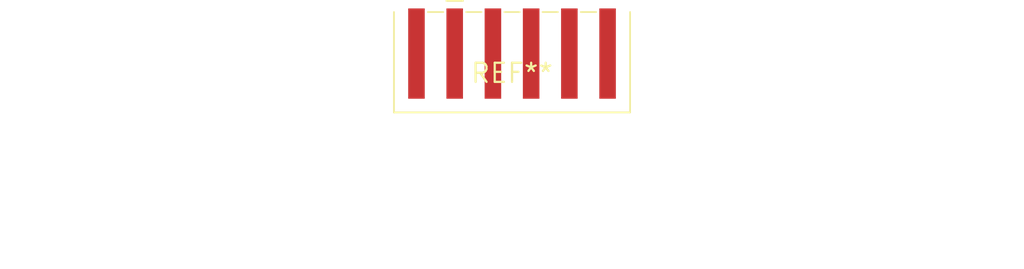
<source format=kicad_pcb>
(kicad_pcb (version 20240108) (generator pcbnew)
  (layers (0 "F.Cu" signal) (31 "B.Cu" signal) (34 "B.Paste" user) (35 "F.Paste" user) (36 "B.SilkS" user "B.Silkscreen") (37 "F.SilkS" user "F.Silkscreen") (38 "B.Mask" user) (39 "F.Mask" user) (44 "Edge.Cuts" user))
  (net 0 "")
  (footprint "Harting_har-flexicon_14110413010xxx_1x04-MP_P2.54mm_Horizontal" (layer "F.Cu") (at 0 0)
    (property "Reference" "REF**")
    (property "Value" "Harting_har-flexicon_14110413010xxx_1x04-MP_P2.54mm_Horizontal")
    (fp_line (start -7.845 -4.06) (end -7.845 2.61) (layer "F.SilkS") (stroke (width 0.12)))
    (fp_line (start -5.588 -4.06) (end -4.572 -4.06) (layer "F.SilkS") (stroke (width 0.12)))
    (fp_line (start -4.36 -4.8) (end -3.26 -4.8) (layer "F.SilkS") (stroke (width 0.12)))
    (fp_line (start -3.048 -4.06) (end -2.032 -4.06) (layer "F.SilkS") (stroke (width 0.12)))
    (fp_line (start -0.508 -4.06) (end 0.508 -4.06) (layer "F.SilkS") (stroke (width 0.12)))
    (fp_line (start 2.032 -4.06) (end 3.048 -4.06) (layer "F.SilkS") (stroke (width 0.12)))
    (fp_line (start 4.572 -4.06) (end 5.588 -4.06) (layer "F.SilkS") (stroke (width 0.12)))
    (fp_line (start 7.845 -4.06) (end 7.845 2.61) (layer "F.SilkS") (stroke (width 0.12)))
    (fp_line (start 7.845 2.61) (end -7.845 2.61) (layer "F.SilkS") (stroke (width 0.12)))
    (pad "1" smd rect (at -3.81 -1.3) (size 1.1 6) (layers "F.Cu" "F.Paste" "F.Mask"))
    (pad "2" smd rect (at -1.27 -1.3) (size 1.1 6) (layers "F.Cu" "F.Paste" "F.Mask"))
    (pad "3" smd rect (at 1.27 -1.3) (size 1.1 6) (layers "F.Cu" "F.Paste" "F.Mask"))
    (pad "4" smd rect (at 3.81 -1.3) (size 1.1 6) (layers "F.Cu" "F.Paste" "F.Mask"))
    (pad "MP" smd rect (at -6.35 -1.3) (size 1.1 6) (layers "F.Cu" "F.Paste" "F.Mask"))
    (pad "MP" smd rect (at 6.35 -1.3) (size 1.1 6) (layers "F.Cu" "F.Paste" "F.Mask"))
  )
)
</source>
